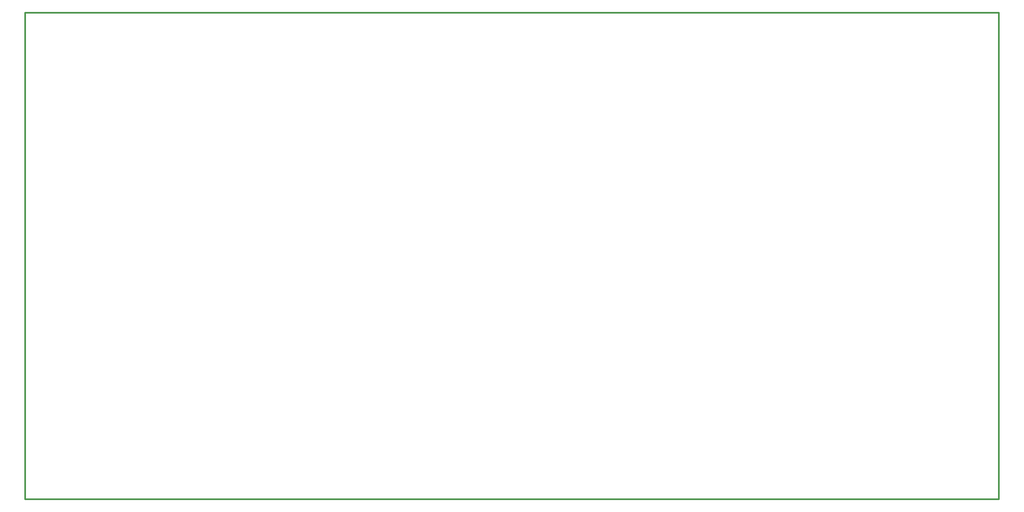
<source format=gko>
G04 Layer: BoardOutlineLayer*
G04 EasyEDA v6.5.39, 2024-02-04 17:50:00*
G04 ca02cd42b7a24e50ad9d11446f9c8c94,5509f98a9368439c9cde498926e245b9,10*
G04 Gerber Generator version 0.2*
G04 Scale: 100 percent, Rotated: No, Reflected: No *
G04 Dimensions in inches *
G04 leading zeros omitted , absolute positions ,3 integer and 6 decimal *
%FSLAX36Y36*%
%MOIN*%

%ADD10C,0.0120*%
D10*
X7873999Y0D02*
G01*
X0Y0D01*
X0Y3936999D01*
X0Y3936999D02*
G01*
X7873999Y3936999D01*
X7873999Y0D01*

%LPD*%
M02*

</source>
